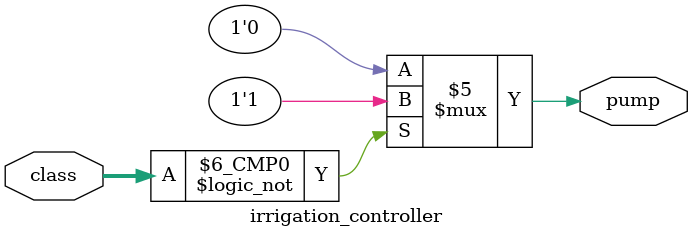
<source format=v>
`timescale 1ns / 1ps


module irrigation_controller (
    input  wire [1:0] class,
    output reg        pump
);

    always @(*) begin
        case (class)
            2'b00: pump = 1'b1;   // Dry -> Pump ON
            2'b01: pump = 1'b0;   // Optimal -> Pump OFF
            2'b10: pump = 1'b0;   // Wet -> Pump OFF
            default: pump = 1'b0;
        endcase
    end

endmodule

</source>
